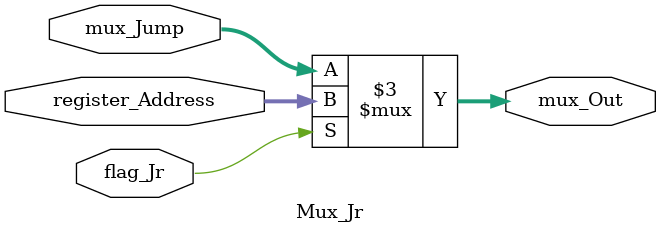
<source format=v>
module Mux_Jr (mux_Jump, register_Address, flag_Jr, mux_Out);

	input [31:0] mux_Jump, register_Address;
	input flag_Jr;
	output reg [31:0] mux_Out;
	
	always@(*)
	begin
		if (flag_Jr)
			mux_Out = register_Address;
		else
			mux_Out = mux_Jump;
	end
	
endmodule

</source>
